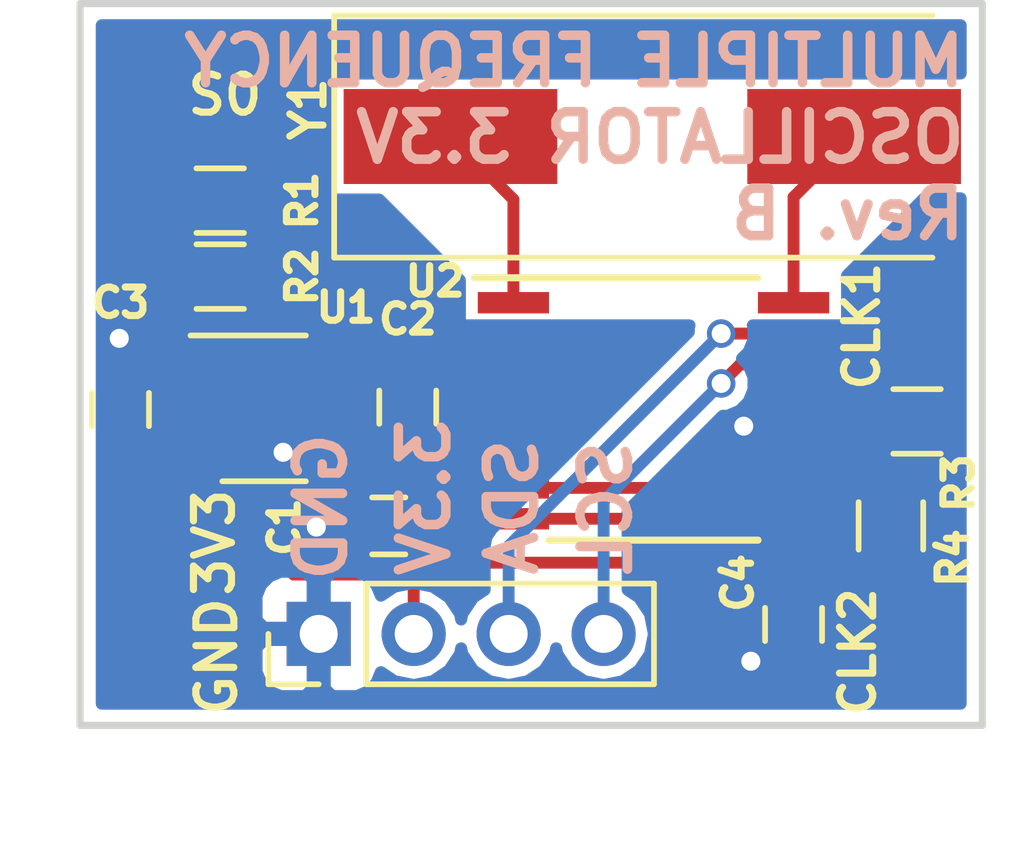
<source format=kicad_pcb>
(kicad_pcb (version 4) (host pcbnew 4.0.7-e2-6376~61~ubuntu18.04.1)

  (general
    (links 33)
    (no_connects 0)
    (area 136.074999 88.199999 155.225001 103.550001)
    (thickness 1.6)
    (drawings 14)
    (tracks 94)
    (zones 0)
    (modules 17)
    (nets 14)
  )

  (page A4)
  (layers
    (0 F.Cu signal)
    (31 B.Cu signal)
    (32 B.Adhes user)
    (33 F.Adhes user)
    (34 B.Paste user)
    (35 F.Paste user)
    (36 B.SilkS user)
    (37 F.SilkS user)
    (38 B.Mask user)
    (39 F.Mask user)
    (40 Dwgs.User user)
    (41 Cmts.User user)
    (42 Eco1.User user)
    (43 Eco2.User user)
    (44 Edge.Cuts user)
    (45 Margin user)
    (46 B.CrtYd user)
    (47 F.CrtYd user)
    (48 B.Fab user)
    (49 F.Fab user)
  )

  (setup
    (last_trace_width 0.25)
    (trace_clearance 0.2)
    (zone_clearance 0.254)
    (zone_45_only yes)
    (trace_min 0.2)
    (segment_width 0.2)
    (edge_width 0.15)
    (via_size 0.6)
    (via_drill 0.4)
    (via_min_size 0.4)
    (via_min_drill 0.3)
    (uvia_size 0.3)
    (uvia_drill 0.1)
    (uvias_allowed no)
    (uvia_min_size 0.2)
    (uvia_min_drill 0.1)
    (pcb_text_width 0.3)
    (pcb_text_size 1.5 1.5)
    (mod_edge_width 0.15)
    (mod_text_size 1 1)
    (mod_text_width 0.15)
    (pad_size 1.524 1.524)
    (pad_drill 0.762)
    (pad_to_mask_clearance 0.2)
    (aux_axis_origin 0 0)
    (visible_elements FFFFFF7F)
    (pcbplotparams
      (layerselection 0x00030_80000001)
      (usegerberextensions false)
      (excludeedgelayer true)
      (linewidth 0.100000)
      (plotframeref false)
      (viasonmask false)
      (mode 1)
      (useauxorigin false)
      (hpglpennumber 1)
      (hpglpenspeed 20)
      (hpglpendiameter 15)
      (hpglpenoverlay 2)
      (psnegative false)
      (psa4output false)
      (plotreference true)
      (plotvalue true)
      (plotinvisibletext false)
      (padsonsilk false)
      (subtractmaskfromsilk false)
      (outputformat 1)
      (mirror false)
      (drillshape 1)
      (scaleselection 1)
      (outputdirectory ""))
  )

  (net 0 "")
  (net 1 GND)
  (net 2 +3V3)
  (net 3 +1V8)
  (net 4 "Net-(J1-Pad1)")
  (net 5 /SDA)
  (net 6 /SCL)
  (net 7 "Net-(J5-Pad1)")
  (net 8 "Net-(J6-Pad1)")
  (net 9 /S0)
  (net 10 "Net-(R3-Pad2)")
  (net 11 "Net-(R4-Pad2)")
  (net 12 "Net-(U2-Pad1)")
  (net 13 "Net-(U2-Pad16)")

  (net_class Default "This is the default net class."
    (clearance 0.2)
    (trace_width 0.25)
    (via_dia 0.6)
    (via_drill 0.4)
    (uvia_dia 0.3)
    (uvia_drill 0.1)
    (add_net +1V8)
    (add_net +3V3)
    (add_net /S0)
    (add_net /SCL)
    (add_net /SDA)
    (add_net GND)
    (add_net "Net-(J1-Pad1)")
    (add_net "Net-(J5-Pad1)")
    (add_net "Net-(J6-Pad1)")
    (add_net "Net-(R3-Pad2)")
    (add_net "Net-(R4-Pad2)")
    (add_net "Net-(U2-Pad1)")
    (add_net "Net-(U2-Pad16)")
  )

  (module Housings_SSOP:TSSOP-16_4.4x5mm_Pitch0.65mm (layer F.Cu) (tedit 5B9E9D55) (tstamp 5B71E756)
    (at 148.225 96.85)
    (descr "16-Lead Plastic Thin Shrink Small Outline (ST)-4.4 mm Body [TSSOP] (see Microchip Packaging Specification 00000049BS.pdf)")
    (tags "SSOP 0.65")
    (path /5B71E0D8)
    (attr smd)
    (fp_text reference U2 (at -4.6 -2.725) (layer F.SilkS)
      (effects (font (size 0.6 0.6) (thickness 0.15)))
    )
    (fp_text value CDCE925 (at 0 3.55) (layer F.Fab)
      (effects (font (size 1 1) (thickness 0.15)))
    )
    (fp_line (start -1.2 -2.5) (end 2.2 -2.5) (layer F.Fab) (width 0.15))
    (fp_line (start 2.2 -2.5) (end 2.2 2.5) (layer F.Fab) (width 0.15))
    (fp_line (start 2.2 2.5) (end -2.2 2.5) (layer F.Fab) (width 0.15))
    (fp_line (start -2.2 2.5) (end -2.2 -1.5) (layer F.Fab) (width 0.15))
    (fp_line (start -2.2 -1.5) (end -1.2 -2.5) (layer F.Fab) (width 0.15))
    (fp_line (start -3.95 -2.9) (end -3.95 2.8) (layer F.CrtYd) (width 0.05))
    (fp_line (start 3.95 -2.9) (end 3.95 2.8) (layer F.CrtYd) (width 0.05))
    (fp_line (start -3.95 -2.9) (end 3.95 -2.9) (layer F.CrtYd) (width 0.05))
    (fp_line (start -3.95 2.8) (end 3.95 2.8) (layer F.CrtYd) (width 0.05))
    (fp_line (start -2.2 2.725) (end 2.2 2.725) (layer F.SilkS) (width 0.15))
    (fp_line (start -3.775 -2.8) (end 2.2 -2.8) (layer F.SilkS) (width 0.15))
    (fp_text user %R (at 0 0) (layer F.Fab)
      (effects (font (size 0.8 0.8) (thickness 0.15)))
    )
    (pad 1 smd rect (at -2.95 -2.275) (size 1.5 0.45) (layers F.Cu F.Paste F.Mask)
      (net 12 "Net-(U2-Pad1)"))
    (pad 2 smd rect (at -2.95 -1.625) (size 1.5 0.45) (layers F.Cu F.Paste F.Mask)
      (net 9 /S0))
    (pad 3 smd rect (at -2.95 -0.975) (size 1.5 0.45) (layers F.Cu F.Paste F.Mask)
      (net 3 +1V8))
    (pad 4 smd rect (at -2.95 -0.325) (size 1.5 0.45) (layers F.Cu F.Paste F.Mask))
    (pad 5 smd rect (at -2.95 0.325) (size 1.5 0.45) (layers F.Cu F.Paste F.Mask)
      (net 1 GND))
    (pad 6 smd rect (at -2.95 0.975) (size 1.5 0.45) (layers F.Cu F.Paste F.Mask)
      (net 2 +3V3))
    (pad 7 smd rect (at -2.95 1.625) (size 1.5 0.45) (layers F.Cu F.Paste F.Mask)
      (net 10 "Net-(R3-Pad2)"))
    (pad 8 smd rect (at -2.95 2.275) (size 1.5 0.45) (layers F.Cu F.Paste F.Mask)
      (net 11 "Net-(R4-Pad2)"))
    (pad 9 smd rect (at 2.95 2.275) (size 1.5 0.45) (layers F.Cu F.Paste F.Mask)
      (net 2 +3V3))
    (pad 10 smd rect (at 2.95 1.625) (size 1.5 0.45) (layers F.Cu F.Paste F.Mask)
      (net 11 "Net-(R4-Pad2)"))
    (pad 11 smd rect (at 2.95 0.975) (size 1.5 0.45) (layers F.Cu F.Paste F.Mask)
      (net 10 "Net-(R3-Pad2)"))
    (pad 12 smd rect (at 2.95 0.325) (size 1.5 0.45) (layers F.Cu F.Paste F.Mask)
      (net 1 GND))
    (pad 13 smd rect (at 2.95 -0.325) (size 1.5 0.45) (layers F.Cu F.Paste F.Mask))
    (pad 14 smd rect (at 2.95 -0.975) (size 1.5 0.45) (layers F.Cu F.Paste F.Mask)
      (net 6 /SCL))
    (pad 15 smd rect (at 2.95 -1.625) (size 1.5 0.45) (layers F.Cu F.Paste F.Mask)
      (net 5 /SDA))
    (pad 16 smd rect (at 2.95 -2.275) (size 1.5 0.45) (layers F.Cu F.Paste F.Mask)
      (net 13 "Net-(U2-Pad16)"))
    (model ${KISYS3DMOD}/Housings_SSOP.3dshapes/TSSOP-16_4.4x5mm_Pitch0.65mm.wrl
      (at (xyz 0 0 0))
      (scale (xyz 1 1 1))
      (rotate (xyz 0 0 0))
    )
  )

  (module Capacitors_SMD:C_0603 (layer F.Cu) (tedit 5B71F1CE) (tstamp 5B71E6F4)
    (at 142.65 99.275 180)
    (descr "Capacitor SMD 0603, reflow soldering, AVX (see smccp.pdf)")
    (tags "capacitor 0603")
    (path /5B71E86F)
    (attr smd)
    (fp_text reference C1 (at 2.2 -0.025 270) (layer F.SilkS)
      (effects (font (size 0.6 0.6) (thickness 0.15)))
    )
    (fp_text value 1uF (at 0 1.5 180) (layer F.Fab)
      (effects (font (size 1 1) (thickness 0.15)))
    )
    (fp_line (start 1.4 0.65) (end -1.4 0.65) (layer F.CrtYd) (width 0.05))
    (fp_line (start 1.4 0.65) (end 1.4 -0.65) (layer F.CrtYd) (width 0.05))
    (fp_line (start -1.4 -0.65) (end -1.4 0.65) (layer F.CrtYd) (width 0.05))
    (fp_line (start -1.4 -0.65) (end 1.4 -0.65) (layer F.CrtYd) (width 0.05))
    (fp_line (start 0.35 0.6) (end -0.35 0.6) (layer F.SilkS) (width 0.12))
    (fp_line (start -0.35 -0.6) (end 0.35 -0.6) (layer F.SilkS) (width 0.12))
    (fp_line (start -0.8 -0.4) (end 0.8 -0.4) (layer F.Fab) (width 0.1))
    (fp_line (start 0.8 -0.4) (end 0.8 0.4) (layer F.Fab) (width 0.1))
    (fp_line (start 0.8 0.4) (end -0.8 0.4) (layer F.Fab) (width 0.1))
    (fp_line (start -0.8 0.4) (end -0.8 -0.4) (layer F.Fab) (width 0.1))
    (fp_text user %R (at 0 0 180) (layer F.Fab)
      (effects (font (size 0.3 0.3) (thickness 0.075)))
    )
    (pad 2 smd rect (at 0.75 0 180) (size 0.8 0.75) (layers F.Cu F.Paste F.Mask)
      (net 1 GND))
    (pad 1 smd rect (at -0.75 0 180) (size 0.8 0.75) (layers F.Cu F.Paste F.Mask)
      (net 2 +3V3))
    (model Capacitors_SMD.3dshapes/C_0603.wrl
      (at (xyz 0 0 0))
      (scale (xyz 1 1 1))
      (rotate (xyz 0 0 0))
    )
  )

  (module Capacitors_SMD:C_0603 (layer F.Cu) (tedit 5B71EC3F) (tstamp 5B71E6FA)
    (at 143.05 96.775 270)
    (descr "Capacitor SMD 0603, reflow soldering, AVX (see smccp.pdf)")
    (tags "capacitor 0603")
    (path /5B71E96F)
    (attr smd)
    (fp_text reference C2 (at -1.85 0 360) (layer F.SilkS)
      (effects (font (size 0.6 0.6) (thickness 0.15)))
    )
    (fp_text value 1uF (at 0 1.5 270) (layer F.Fab)
      (effects (font (size 1 1) (thickness 0.15)))
    )
    (fp_line (start 1.4 0.65) (end -1.4 0.65) (layer F.CrtYd) (width 0.05))
    (fp_line (start 1.4 0.65) (end 1.4 -0.65) (layer F.CrtYd) (width 0.05))
    (fp_line (start -1.4 -0.65) (end -1.4 0.65) (layer F.CrtYd) (width 0.05))
    (fp_line (start -1.4 -0.65) (end 1.4 -0.65) (layer F.CrtYd) (width 0.05))
    (fp_line (start 0.35 0.6) (end -0.35 0.6) (layer F.SilkS) (width 0.12))
    (fp_line (start -0.35 -0.6) (end 0.35 -0.6) (layer F.SilkS) (width 0.12))
    (fp_line (start -0.8 -0.4) (end 0.8 -0.4) (layer F.Fab) (width 0.1))
    (fp_line (start 0.8 -0.4) (end 0.8 0.4) (layer F.Fab) (width 0.1))
    (fp_line (start 0.8 0.4) (end -0.8 0.4) (layer F.Fab) (width 0.1))
    (fp_line (start -0.8 0.4) (end -0.8 -0.4) (layer F.Fab) (width 0.1))
    (fp_text user %R (at 0 0 270) (layer F.Fab)
      (effects (font (size 0.3 0.3) (thickness 0.075)))
    )
    (pad 2 smd rect (at 0.75 0 270) (size 0.8 0.75) (layers F.Cu F.Paste F.Mask)
      (net 1 GND))
    (pad 1 smd rect (at -0.75 0 270) (size 0.8 0.75) (layers F.Cu F.Paste F.Mask)
      (net 3 +1V8))
    (model Capacitors_SMD.3dshapes/C_0603.wrl
      (at (xyz 0 0 0))
      (scale (xyz 1 1 1))
      (rotate (xyz 0 0 0))
    )
  )

  (module Capacitors_SMD:C_0603 (layer F.Cu) (tedit 5B9E9CC3) (tstamp 5B71E700)
    (at 137 96.825 90)
    (descr "Capacitor SMD 0603, reflow soldering, AVX (see smccp.pdf)")
    (tags "capacitor 0603")
    (path /5B71E368)
    (attr smd)
    (fp_text reference C3 (at 2.25 0 180) (layer F.SilkS)
      (effects (font (size 0.6 0.6) (thickness 0.15)))
    )
    (fp_text value 1uF (at 0 1.5 90) (layer F.Fab)
      (effects (font (size 1 1) (thickness 0.15)))
    )
    (fp_line (start 1.4 0.65) (end -1.4 0.65) (layer F.CrtYd) (width 0.05))
    (fp_line (start 1.4 0.65) (end 1.4 -0.65) (layer F.CrtYd) (width 0.05))
    (fp_line (start -1.4 -0.65) (end -1.4 0.65) (layer F.CrtYd) (width 0.05))
    (fp_line (start -1.4 -0.65) (end 1.4 -0.65) (layer F.CrtYd) (width 0.05))
    (fp_line (start 0.35 0.6) (end -0.35 0.6) (layer F.SilkS) (width 0.12))
    (fp_line (start -0.35 -0.6) (end 0.35 -0.6) (layer F.SilkS) (width 0.12))
    (fp_line (start -0.8 -0.4) (end 0.8 -0.4) (layer F.Fab) (width 0.1))
    (fp_line (start 0.8 -0.4) (end 0.8 0.4) (layer F.Fab) (width 0.1))
    (fp_line (start 0.8 0.4) (end -0.8 0.4) (layer F.Fab) (width 0.1))
    (fp_line (start -0.8 0.4) (end -0.8 -0.4) (layer F.Fab) (width 0.1))
    (fp_text user %R (at 0 0 90) (layer F.Fab)
      (effects (font (size 0.3 0.3) (thickness 0.075)))
    )
    (pad 2 smd rect (at 0.75 0 90) (size 0.8 0.75) (layers F.Cu F.Paste F.Mask)
      (net 1 GND))
    (pad 1 smd rect (at -0.75 0 90) (size 0.8 0.75) (layers F.Cu F.Paste F.Mask)
      (net 2 +3V3))
    (model Capacitors_SMD.3dshapes/C_0603.wrl
      (at (xyz 0 0 0))
      (scale (xyz 1 1 1))
      (rotate (xyz 0 0 0))
    )
  )

  (module Resistors_SMD:R_0603 (layer F.Cu) (tedit 5B9E9CBF) (tstamp 5B71E727)
    (at 139.1 92.425 180)
    (descr "Resistor SMD 0603, reflow soldering, Vishay (see dcrcw.pdf)")
    (tags "resistor 0603")
    (path /5B71ED60)
    (attr smd)
    (fp_text reference R1 (at -1.725 0 270) (layer F.SilkS)
      (effects (font (size 0.6 0.6) (thickness 0.15)))
    )
    (fp_text value 10K (at 0 1.5 180) (layer F.Fab)
      (effects (font (size 1 1) (thickness 0.15)))
    )
    (fp_text user %R (at 0 0 180) (layer F.Fab)
      (effects (font (size 0.4 0.4) (thickness 0.075)))
    )
    (fp_line (start -0.8 0.4) (end -0.8 -0.4) (layer F.Fab) (width 0.1))
    (fp_line (start 0.8 0.4) (end -0.8 0.4) (layer F.Fab) (width 0.1))
    (fp_line (start 0.8 -0.4) (end 0.8 0.4) (layer F.Fab) (width 0.1))
    (fp_line (start -0.8 -0.4) (end 0.8 -0.4) (layer F.Fab) (width 0.1))
    (fp_line (start 0.5 0.68) (end -0.5 0.68) (layer F.SilkS) (width 0.12))
    (fp_line (start -0.5 -0.68) (end 0.5 -0.68) (layer F.SilkS) (width 0.12))
    (fp_line (start -1.25 -0.7) (end 1.25 -0.7) (layer F.CrtYd) (width 0.05))
    (fp_line (start -1.25 -0.7) (end -1.25 0.7) (layer F.CrtYd) (width 0.05))
    (fp_line (start 1.25 0.7) (end 1.25 -0.7) (layer F.CrtYd) (width 0.05))
    (fp_line (start 1.25 0.7) (end -1.25 0.7) (layer F.CrtYd) (width 0.05))
    (pad 1 smd rect (at -0.75 0 180) (size 0.5 0.9) (layers F.Cu F.Paste F.Mask)
      (net 9 /S0))
    (pad 2 smd rect (at 0.75 0 180) (size 0.5 0.9) (layers F.Cu F.Paste F.Mask)
      (net 4 "Net-(J1-Pad1)"))
    (model ${KISYS3DMOD}/Resistors_SMD.3dshapes/R_0603.wrl
      (at (xyz 0 0 0))
      (scale (xyz 1 1 1))
      (rotate (xyz 0 0 0))
    )
  )

  (module Resistors_SMD:R_0603 (layer F.Cu) (tedit 5B9E9CAD) (tstamp 5B71E72D)
    (at 139.1 94.025)
    (descr "Resistor SMD 0603, reflow soldering, Vishay (see dcrcw.pdf)")
    (tags "resistor 0603")
    (path /5B71EDD0)
    (attr smd)
    (fp_text reference R2 (at 1.725 0 90) (layer F.SilkS)
      (effects (font (size 0.6 0.6) (thickness 0.15)))
    )
    (fp_text value 10K (at 0 1.5) (layer F.Fab)
      (effects (font (size 1 1) (thickness 0.15)))
    )
    (fp_text user %R (at 0 0) (layer F.Fab)
      (effects (font (size 0.4 0.4) (thickness 0.075)))
    )
    (fp_line (start -0.8 0.4) (end -0.8 -0.4) (layer F.Fab) (width 0.1))
    (fp_line (start 0.8 0.4) (end -0.8 0.4) (layer F.Fab) (width 0.1))
    (fp_line (start 0.8 -0.4) (end 0.8 0.4) (layer F.Fab) (width 0.1))
    (fp_line (start -0.8 -0.4) (end 0.8 -0.4) (layer F.Fab) (width 0.1))
    (fp_line (start 0.5 0.68) (end -0.5 0.68) (layer F.SilkS) (width 0.12))
    (fp_line (start -0.5 -0.68) (end 0.5 -0.68) (layer F.SilkS) (width 0.12))
    (fp_line (start -1.25 -0.7) (end 1.25 -0.7) (layer F.CrtYd) (width 0.05))
    (fp_line (start -1.25 -0.7) (end -1.25 0.7) (layer F.CrtYd) (width 0.05))
    (fp_line (start 1.25 0.7) (end 1.25 -0.7) (layer F.CrtYd) (width 0.05))
    (fp_line (start 1.25 0.7) (end -1.25 0.7) (layer F.CrtYd) (width 0.05))
    (pad 1 smd rect (at -0.75 0) (size 0.5 0.9) (layers F.Cu F.Paste F.Mask)
      (net 1 GND))
    (pad 2 smd rect (at 0.75 0) (size 0.5 0.9) (layers F.Cu F.Paste F.Mask)
      (net 9 /S0))
    (model ${KISYS3DMOD}/Resistors_SMD.3dshapes/R_0603.wrl
      (at (xyz 0 0 0))
      (scale (xyz 1 1 1))
      (rotate (xyz 0 0 0))
    )
  )

  (module Resistors_SMD:R_0603 (layer F.Cu) (tedit 5B9E9E20) (tstamp 5B71E733)
    (at 153.775 97.075 180)
    (descr "Resistor SMD 0603, reflow soldering, Vishay (see dcrcw.pdf)")
    (tags "resistor 0603")
    (path /5B71E5F4)
    (attr smd)
    (fp_text reference R3 (at -0.875 -1.3 270) (layer F.SilkS)
      (effects (font (size 0.6 0.6) (thickness 0.15)))
    )
    (fp_text value 18R (at 0 1.5 180) (layer F.Fab)
      (effects (font (size 1 1) (thickness 0.15)))
    )
    (fp_text user %R (at 0 0 180) (layer F.Fab)
      (effects (font (size 0.4 0.4) (thickness 0.075)))
    )
    (fp_line (start -0.8 0.4) (end -0.8 -0.4) (layer F.Fab) (width 0.1))
    (fp_line (start 0.8 0.4) (end -0.8 0.4) (layer F.Fab) (width 0.1))
    (fp_line (start 0.8 -0.4) (end 0.8 0.4) (layer F.Fab) (width 0.1))
    (fp_line (start -0.8 -0.4) (end 0.8 -0.4) (layer F.Fab) (width 0.1))
    (fp_line (start 0.5 0.68) (end -0.5 0.68) (layer F.SilkS) (width 0.12))
    (fp_line (start -0.5 -0.68) (end 0.5 -0.68) (layer F.SilkS) (width 0.12))
    (fp_line (start -1.25 -0.7) (end 1.25 -0.7) (layer F.CrtYd) (width 0.05))
    (fp_line (start -1.25 -0.7) (end -1.25 0.7) (layer F.CrtYd) (width 0.05))
    (fp_line (start 1.25 0.7) (end 1.25 -0.7) (layer F.CrtYd) (width 0.05))
    (fp_line (start 1.25 0.7) (end -1.25 0.7) (layer F.CrtYd) (width 0.05))
    (pad 1 smd rect (at -0.75 0 180) (size 0.5 0.9) (layers F.Cu F.Paste F.Mask)
      (net 7 "Net-(J5-Pad1)"))
    (pad 2 smd rect (at 0.75 0 180) (size 0.5 0.9) (layers F.Cu F.Paste F.Mask)
      (net 10 "Net-(R3-Pad2)"))
    (model ${KISYS3DMOD}/Resistors_SMD.3dshapes/R_0603.wrl
      (at (xyz 0 0 0))
      (scale (xyz 1 1 1))
      (rotate (xyz 0 0 0))
    )
  )

  (module Resistors_SMD:R_0603 (layer F.Cu) (tedit 5B9E9E25) (tstamp 5B71E739)
    (at 153.225 99.275 90)
    (descr "Resistor SMD 0603, reflow soldering, Vishay (see dcrcw.pdf)")
    (tags "resistor 0603")
    (path /5B71E638)
    (attr smd)
    (fp_text reference R4 (at -0.675 1.3 90) (layer F.SilkS)
      (effects (font (size 0.6 0.6) (thickness 0.15)))
    )
    (fp_text value 18R (at 0 1.5 90) (layer F.Fab)
      (effects (font (size 1 1) (thickness 0.15)))
    )
    (fp_text user %R (at 0 0 90) (layer F.Fab)
      (effects (font (size 0.4 0.4) (thickness 0.075)))
    )
    (fp_line (start -0.8 0.4) (end -0.8 -0.4) (layer F.Fab) (width 0.1))
    (fp_line (start 0.8 0.4) (end -0.8 0.4) (layer F.Fab) (width 0.1))
    (fp_line (start 0.8 -0.4) (end 0.8 0.4) (layer F.Fab) (width 0.1))
    (fp_line (start -0.8 -0.4) (end 0.8 -0.4) (layer F.Fab) (width 0.1))
    (fp_line (start 0.5 0.68) (end -0.5 0.68) (layer F.SilkS) (width 0.12))
    (fp_line (start -0.5 -0.68) (end 0.5 -0.68) (layer F.SilkS) (width 0.12))
    (fp_line (start -1.25 -0.7) (end 1.25 -0.7) (layer F.CrtYd) (width 0.05))
    (fp_line (start -1.25 -0.7) (end -1.25 0.7) (layer F.CrtYd) (width 0.05))
    (fp_line (start 1.25 0.7) (end 1.25 -0.7) (layer F.CrtYd) (width 0.05))
    (fp_line (start 1.25 0.7) (end -1.25 0.7) (layer F.CrtYd) (width 0.05))
    (pad 1 smd rect (at -0.75 0 90) (size 0.5 0.9) (layers F.Cu F.Paste F.Mask)
      (net 8 "Net-(J6-Pad1)"))
    (pad 2 smd rect (at 0.75 0 90) (size 0.5 0.9) (layers F.Cu F.Paste F.Mask)
      (net 11 "Net-(R4-Pad2)"))
    (model ${KISYS3DMOD}/Resistors_SMD.3dshapes/R_0603.wrl
      (at (xyz 0 0 0))
      (scale (xyz 1 1 1))
      (rotate (xyz 0 0 0))
    )
  )

  (module TO_SOT_Packages_SMD:TSOT-23-5 (layer F.Cu) (tedit 5B9E9CB1) (tstamp 5B71E742)
    (at 140.025 96.775)
    (descr "5-pin TSOT23 package, http://cds.linear.com/docs/en/packaging/SOT_5_05-08-1635.pdf")
    (tags TSOT-23-5)
    (path /5B71E817)
    (attr smd)
    (fp_text reference U1 (at 1.725 -2.1) (layer F.SilkS)
      (effects (font (size 0.6 0.6) (thickness 0.15)))
    )
    (fp_text value TPS782 (at 0 2.5) (layer F.Fab)
      (effects (font (size 1 1) (thickness 0.15)))
    )
    (fp_text user %R (at 0 0 90) (layer F.Fab)
      (effects (font (size 0.5 0.5) (thickness 0.075)))
    )
    (fp_line (start -0.88 1.56) (end 0.88 1.56) (layer F.SilkS) (width 0.12))
    (fp_line (start 0.88 -1.51) (end -1.55 -1.51) (layer F.SilkS) (width 0.12))
    (fp_line (start -0.88 -1) (end -0.43 -1.45) (layer F.Fab) (width 0.1))
    (fp_line (start 0.88 -1.45) (end -0.43 -1.45) (layer F.Fab) (width 0.1))
    (fp_line (start -0.88 -1) (end -0.88 1.45) (layer F.Fab) (width 0.1))
    (fp_line (start 0.88 1.45) (end -0.88 1.45) (layer F.Fab) (width 0.1))
    (fp_line (start 0.88 -1.45) (end 0.88 1.45) (layer F.Fab) (width 0.1))
    (fp_line (start -2.17 -1.7) (end 2.17 -1.7) (layer F.CrtYd) (width 0.05))
    (fp_line (start -2.17 -1.7) (end -2.17 1.7) (layer F.CrtYd) (width 0.05))
    (fp_line (start 2.17 1.7) (end 2.17 -1.7) (layer F.CrtYd) (width 0.05))
    (fp_line (start 2.17 1.7) (end -2.17 1.7) (layer F.CrtYd) (width 0.05))
    (pad 1 smd rect (at -1.31 -0.95) (size 1.22 0.65) (layers F.Cu F.Paste F.Mask)
      (net 2 +3V3))
    (pad 2 smd rect (at -1.31 0) (size 1.22 0.65) (layers F.Cu F.Paste F.Mask)
      (net 1 GND))
    (pad 3 smd rect (at -1.31 0.95) (size 1.22 0.65) (layers F.Cu F.Paste F.Mask)
      (net 2 +3V3))
    (pad 4 smd rect (at 1.31 0.95) (size 1.22 0.65) (layers F.Cu F.Paste F.Mask)
      (net 1 GND))
    (pad 5 smd rect (at 1.31 -0.95) (size 1.22 0.65) (layers F.Cu F.Paste F.Mask)
      (net 3 +1V8))
    (model ${KISYS3DMOD}/TO_SOT_Packages_SMD.3dshapes/TSOT-23-5.wrl
      (at (xyz 0 0 0))
      (scale (xyz 1 1 1))
      (rotate (xyz 0 0 0))
    )
  )

  (module Crystals:Crystal_SMD_HC49-SD (layer F.Cu) (tedit 5B9EA0CC) (tstamp 5B71E75C)
    (at 148.2 91.075)
    (descr "SMD Crystal HC-49-SD http://cdn-reichelt.de/documents/datenblatt/B400/xxx-HC49-SMD.pdf, 11.4x4.7mm^2 package")
    (tags "SMD SMT crystal")
    (path /5B71E121)
    (attr smd)
    (fp_text reference Y1 (at -7.25 -0.575 90) (layer F.SilkS)
      (effects (font (size 0.7 0.7) (thickness 0.15)))
    )
    (fp_text value 27MHz (at 0 3.55) (layer F.Fab)
      (effects (font (size 1 1) (thickness 0.15)))
    )
    (fp_text user %R (at 0 0) (layer F.Fab)
      (effects (font (size 1 1) (thickness 0.15)))
    )
    (fp_line (start -5.7 -2.35) (end -5.7 2.35) (layer F.Fab) (width 0.1))
    (fp_line (start -5.7 2.35) (end 5.7 2.35) (layer F.Fab) (width 0.1))
    (fp_line (start 5.7 2.35) (end 5.7 -2.35) (layer F.Fab) (width 0.1))
    (fp_line (start 5.7 -2.35) (end -5.7 -2.35) (layer F.Fab) (width 0.1))
    (fp_line (start -3.015 -2.115) (end 3.015 -2.115) (layer F.Fab) (width 0.1))
    (fp_line (start -3.015 2.115) (end 3.015 2.115) (layer F.Fab) (width 0.1))
    (fp_line (start 5.9 -2.55) (end -6.7 -2.55) (layer F.SilkS) (width 0.12))
    (fp_line (start -6.7 -2.55) (end -6.7 2.55) (layer F.SilkS) (width 0.12))
    (fp_line (start -6.7 2.55) (end 5.9 2.55) (layer F.SilkS) (width 0.12))
    (fp_line (start -6.8 -2.6) (end -6.8 2.6) (layer F.CrtYd) (width 0.05))
    (fp_line (start -6.8 2.6) (end 6.8 2.6) (layer F.CrtYd) (width 0.05))
    (fp_line (start 6.8 2.6) (end 6.8 -2.6) (layer F.CrtYd) (width 0.05))
    (fp_line (start 6.8 -2.6) (end -6.8 -2.6) (layer F.CrtYd) (width 0.05))
    (fp_arc (start -3.015 0) (end -3.015 -2.115) (angle -180) (layer F.Fab) (width 0.1))
    (fp_arc (start 3.015 0) (end 3.015 -2.115) (angle 180) (layer F.Fab) (width 0.1))
    (pad 1 smd rect (at -4.25 0) (size 4.5 2) (layers F.Cu F.Paste F.Mask)
      (net 12 "Net-(U2-Pad1)"))
    (pad 2 smd rect (at 4.25 0) (size 4.5 2) (layers F.Cu F.Paste F.Mask)
      (net 13 "Net-(U2-Pad16)"))
    (model ${KISYS3DMOD}/Crystals.3dshapes/Crystal_SMD_HC49-SD.wrl
      (at (xyz 0 0 0))
      (scale (xyz 1 1 1))
      (rotate (xyz 0 0 0))
    )
  )

  (module Pin_Headers:Pin_Header_Straight_1x04_Pitch2.00mm (layer F.Cu) (tedit 5B71ECC8) (tstamp 5B71E7AB)
    (at 141.175 101.55 90)
    (descr "Through hole straight pin header, 1x04, 2.00mm pitch, single row")
    (tags "Through hole pin header THT 1x04 2.00mm single row")
    (path /5B71E22E)
    (fp_text reference J2 (at 0 -2.06 90) (layer F.SilkS) hide
      (effects (font (size 1 1) (thickness 0.15)))
    )
    (fp_text value Conn_01x04 (at 0 8.06 90) (layer F.Fab)
      (effects (font (size 1 1) (thickness 0.15)))
    )
    (fp_line (start -0.5 -1) (end 1 -1) (layer F.Fab) (width 0.1))
    (fp_line (start 1 -1) (end 1 7) (layer F.Fab) (width 0.1))
    (fp_line (start 1 7) (end -1 7) (layer F.Fab) (width 0.1))
    (fp_line (start -1 7) (end -1 -0.5) (layer F.Fab) (width 0.1))
    (fp_line (start -1 -0.5) (end -0.5 -1) (layer F.Fab) (width 0.1))
    (fp_line (start -1.06 7.06) (end 1.06 7.06) (layer F.SilkS) (width 0.12))
    (fp_line (start -1.06 1) (end -1.06 7.06) (layer F.SilkS) (width 0.12))
    (fp_line (start 1.06 1) (end 1.06 7.06) (layer F.SilkS) (width 0.12))
    (fp_line (start -1.06 1) (end 1.06 1) (layer F.SilkS) (width 0.12))
    (fp_line (start -1.06 0) (end -1.06 -1.06) (layer F.SilkS) (width 0.12))
    (fp_line (start -1.06 -1.06) (end 0 -1.06) (layer F.SilkS) (width 0.12))
    (fp_line (start -1.5 -1.5) (end -1.5 7.5) (layer F.CrtYd) (width 0.05))
    (fp_line (start -1.5 7.5) (end 1.5 7.5) (layer F.CrtYd) (width 0.05))
    (fp_line (start 1.5 7.5) (end 1.5 -1.5) (layer F.CrtYd) (width 0.05))
    (fp_line (start 1.5 -1.5) (end -1.5 -1.5) (layer F.CrtYd) (width 0.05))
    (fp_text user %R (at 0 3 180) (layer F.Fab)
      (effects (font (size 1 1) (thickness 0.15)))
    )
    (pad 1 thru_hole rect (at 0 0 90) (size 1.35 1.35) (drill 0.8) (layers *.Cu *.Mask)
      (net 1 GND))
    (pad 2 thru_hole oval (at 0 2 90) (size 1.35 1.35) (drill 0.8) (layers *.Cu *.Mask)
      (net 2 +3V3))
    (pad 3 thru_hole oval (at 0 4 90) (size 1.35 1.35) (drill 0.8) (layers *.Cu *.Mask)
      (net 5 /SDA))
    (pad 4 thru_hole oval (at 0 6 90) (size 1.35 1.35) (drill 0.8) (layers *.Cu *.Mask)
      (net 6 /SCL))
    (model ${KISYS3DMOD}/Pin_Headers.3dshapes/Pin_Header_Straight_1x04_Pitch2.00mm.wrl
      (at (xyz 0 0 0))
      (scale (xyz 1 1 1))
      (rotate (xyz 0 0 0))
    )
  )

  (module Measurement_Points:Measurement_Point_Square-SMD-Pad_Small (layer F.Cu) (tedit 5B71EC9A) (tstamp 5B71E818)
    (at 137.35 90.125)
    (descr "Mesurement Point, Square, SMD Pad,  1.5mm x 1.5mm,")
    (tags "Mesurement Point Square SMD Pad 1.5x1.5mm")
    (path /5B71EE79)
    (attr virtual)
    (fp_text reference J1 (at 0 -2) (layer F.SilkS) hide
      (effects (font (size 1 1) (thickness 0.15)))
    )
    (fp_text value S0 (at 0 2) (layer F.Fab)
      (effects (font (size 1 1) (thickness 0.15)))
    )
    (fp_line (start -1 -1) (end 1 -1) (layer F.CrtYd) (width 0.05))
    (fp_line (start 1 -1) (end 1 1) (layer F.CrtYd) (width 0.05))
    (fp_line (start 1 1) (end -1 1) (layer F.CrtYd) (width 0.05))
    (fp_line (start -1 1) (end -1 -1) (layer F.CrtYd) (width 0.05))
    (pad 1 smd rect (at 0 0) (size 1.5 1.5) (layers F.Cu F.Mask)
      (net 4 "Net-(J1-Pad1)"))
  )

  (module Measurement_Points:Measurement_Point_Square-SMD-Pad_Small (layer F.Cu) (tedit 5B71EC93) (tstamp 5B71E81C)
    (at 137.35 99.625)
    (descr "Mesurement Point, Square, SMD Pad,  1.5mm x 1.5mm,")
    (tags "Mesurement Point Square SMD Pad 1.5x1.5mm")
    (path /5B71F121)
    (attr virtual)
    (fp_text reference J3 (at 0 -2) (layer F.SilkS) hide
      (effects (font (size 1 1) (thickness 0.15)))
    )
    (fp_text value 3.3V_IN (at 0 2) (layer F.Fab)
      (effects (font (size 1 1) (thickness 0.15)))
    )
    (fp_line (start -1 -1) (end 1 -1) (layer F.CrtYd) (width 0.05))
    (fp_line (start 1 -1) (end 1 1) (layer F.CrtYd) (width 0.05))
    (fp_line (start 1 1) (end -1 1) (layer F.CrtYd) (width 0.05))
    (fp_line (start -1 1) (end -1 -1) (layer F.CrtYd) (width 0.05))
    (pad 1 smd rect (at 0 0) (size 1.5 1.5) (layers F.Cu F.Mask)
      (net 2 +3V3))
  )

  (module Measurement_Points:Measurement_Point_Square-SMD-Pad_Small (layer F.Cu) (tedit 5B71EC97) (tstamp 5B71E820)
    (at 137.35 102.075)
    (descr "Mesurement Point, Square, SMD Pad,  1.5mm x 1.5mm,")
    (tags "Mesurement Point Square SMD Pad 1.5x1.5mm")
    (path /5B71F256)
    (attr virtual)
    (fp_text reference J4 (at 0 -2) (layer F.SilkS) hide
      (effects (font (size 1 1) (thickness 0.15)))
    )
    (fp_text value GND_IN (at 0 2) (layer F.Fab)
      (effects (font (size 1 1) (thickness 0.15)))
    )
    (fp_line (start -1 -1) (end 1 -1) (layer F.CrtYd) (width 0.05))
    (fp_line (start 1 -1) (end 1 1) (layer F.CrtYd) (width 0.05))
    (fp_line (start 1 1) (end -1 1) (layer F.CrtYd) (width 0.05))
    (fp_line (start -1 1) (end -1 -1) (layer F.CrtYd) (width 0.05))
    (pad 1 smd rect (at 0 0) (size 1.5 1.5) (layers F.Cu F.Mask)
      (net 1 GND))
  )

  (module Measurement_Points:Measurement_Point_Square-SMD-Pad_Small (layer F.Cu) (tedit 5B71EC29) (tstamp 5B71E824)
    (at 154.025 94.975)
    (descr "Mesurement Point, Square, SMD Pad,  1.5mm x 1.5mm,")
    (tags "Mesurement Point Square SMD Pad 1.5x1.5mm")
    (path /5B71EC63)
    (attr virtual)
    (fp_text reference J5 (at 0 -2) (layer F.SilkS) hide
      (effects (font (size 1 1) (thickness 0.15)))
    )
    (fp_text value CLK1 (at 0 2) (layer F.Fab)
      (effects (font (size 1 1) (thickness 0.15)))
    )
    (fp_line (start -1 -1) (end 1 -1) (layer F.CrtYd) (width 0.05))
    (fp_line (start 1 -1) (end 1 1) (layer F.CrtYd) (width 0.05))
    (fp_line (start 1 1) (end -1 1) (layer F.CrtYd) (width 0.05))
    (fp_line (start -1 1) (end -1 -1) (layer F.CrtYd) (width 0.05))
    (pad 1 smd rect (at 0 0) (size 1.5 1.5) (layers F.Cu F.Mask)
      (net 7 "Net-(J5-Pad1)"))
  )

  (module Measurement_Points:Measurement_Point_Square-SMD-Pad_Small (layer F.Cu) (tedit 5B71EC2F) (tstamp 5B71E828)
    (at 154.025 101.75)
    (descr "Mesurement Point, Square, SMD Pad,  1.5mm x 1.5mm,")
    (tags "Mesurement Point Square SMD Pad 1.5x1.5mm")
    (path /5B71ECF9)
    (attr virtual)
    (fp_text reference J6 (at 0 -2) (layer F.SilkS) hide
      (effects (font (size 1 1) (thickness 0.15)))
    )
    (fp_text value CLK2 (at 0 2) (layer F.Fab)
      (effects (font (size 1 1) (thickness 0.15)))
    )
    (fp_line (start -1 -1) (end 1 -1) (layer F.CrtYd) (width 0.05))
    (fp_line (start 1 -1) (end 1 1) (layer F.CrtYd) (width 0.05))
    (fp_line (start 1 1) (end -1 1) (layer F.CrtYd) (width 0.05))
    (fp_line (start -1 1) (end -1 -1) (layer F.CrtYd) (width 0.05))
    (pad 1 smd rect (at 0 0) (size 1.5 1.5) (layers F.Cu F.Mask)
      (net 8 "Net-(J6-Pad1)"))
  )

  (module Capacitors_SMD:C_0603 (layer F.Cu) (tedit 5B71F1F2) (tstamp 5B71EAFD)
    (at 151.175 101.35 270)
    (descr "Capacitor SMD 0603, reflow soldering, AVX (see smccp.pdf)")
    (tags "capacitor 0603")
    (path /5B71F45A)
    (attr smd)
    (fp_text reference C4 (at -0.875 1.175 270) (layer F.SilkS)
      (effects (font (size 0.6 0.6) (thickness 0.15)))
    )
    (fp_text value 1uF (at 0 1.5 270) (layer F.Fab)
      (effects (font (size 1 1) (thickness 0.15)))
    )
    (fp_line (start 1.4 0.65) (end -1.4 0.65) (layer F.CrtYd) (width 0.05))
    (fp_line (start 1.4 0.65) (end 1.4 -0.65) (layer F.CrtYd) (width 0.05))
    (fp_line (start -1.4 -0.65) (end -1.4 0.65) (layer F.CrtYd) (width 0.05))
    (fp_line (start -1.4 -0.65) (end 1.4 -0.65) (layer F.CrtYd) (width 0.05))
    (fp_line (start 0.35 0.6) (end -0.35 0.6) (layer F.SilkS) (width 0.12))
    (fp_line (start -0.35 -0.6) (end 0.35 -0.6) (layer F.SilkS) (width 0.12))
    (fp_line (start -0.8 -0.4) (end 0.8 -0.4) (layer F.Fab) (width 0.1))
    (fp_line (start 0.8 -0.4) (end 0.8 0.4) (layer F.Fab) (width 0.1))
    (fp_line (start 0.8 0.4) (end -0.8 0.4) (layer F.Fab) (width 0.1))
    (fp_line (start -0.8 0.4) (end -0.8 -0.4) (layer F.Fab) (width 0.1))
    (fp_text user %R (at 0 0 270) (layer F.Fab)
      (effects (font (size 0.3 0.3) (thickness 0.075)))
    )
    (pad 2 smd rect (at 0.75 0 270) (size 0.8 0.75) (layers F.Cu F.Paste F.Mask)
      (net 1 GND))
    (pad 1 smd rect (at -0.75 0 270) (size 0.8 0.75) (layers F.Cu F.Paste F.Mask)
      (net 2 +3V3))
    (model Capacitors_SMD.3dshapes/C_0603.wrl
      (at (xyz 0 0 0))
      (scale (xyz 1 1 1))
      (rotate (xyz 0 0 0))
    )
  )

  (gr_line (start 155.15 88.275) (end 136.15 88.275) (angle 90) (layer Edge.Cuts) (width 0.15))
  (gr_line (start 155.15 103.475) (end 136.15 103.475) (angle 90) (layer Edge.Cuts) (width 0.15))
  (gr_line (start 155.15 88.275) (end 155.15 103.475) (angle 90) (layer Edge.Cuts) (width 0.15))
  (gr_line (start 136.15 88.275) (end 136.15 103.475) (angle 90) (layer Edge.Cuts) (width 0.15))
  (gr_text "MULTIPLE FREQUENCY\nOSCILLATOR 3.3V\nRev. B" (at 154.875 91.1) (layer B.SilkS)
    (effects (font (size 1 1) (thickness 0.2)) (justify left mirror))
  )
  (gr_text SCL (at 147.225 98.9 90) (layer B.SilkS)
    (effects (font (size 1 1) (thickness 0.2)) (justify mirror))
  )
  (gr_text SDA (at 145.25 98.875 90) (layer B.SilkS)
    (effects (font (size 1 1) (thickness 0.2)) (justify mirror))
  )
  (gr_text 3.3V (at 143.4 98.675 90) (layer B.SilkS)
    (effects (font (size 1 1) (thickness 0.2)) (justify mirror))
  )
  (gr_text GND (at 141.225 98.875 90) (layer B.SilkS)
    (effects (font (size 1 1) (thickness 0.2)) (justify mirror))
  )
  (gr_text CLK2 (at 152.525 101.925 90) (layer F.SilkS)
    (effects (font (size 0.7 0.7) (thickness 0.15)))
  )
  (gr_text CLK1 (at 152.61 95.07 90) (layer F.SilkS)
    (effects (font (size 0.7 0.7) (thickness 0.15)))
  )
  (gr_text GND (at 139.025 102.025 90) (layer F.SilkS)
    (effects (font (size 0.8 0.8) (thickness 0.15)))
  )
  (gr_text 3V3 (at 138.975 99.625 90) (layer F.SilkS)
    (effects (font (size 0.8 0.8) (thickness 0.15)))
  )
  (gr_text S0 (at 139.2 90.2) (layer F.SilkS)
    (effects (font (size 0.8 0.8) (thickness 0.15)))
  )

  (segment (start 151.175 97.175) (end 150.125 97.175) (width 0.25) (layer F.Cu) (net 1))
  (via (at 150.125 97.175) (size 0.6) (drill 0.4) (layers F.Cu B.Cu) (net 1))
  (segment (start 151.175 102.1) (end 150.3 102.1) (width 0.25) (layer F.Cu) (net 1))
  (via (at 150.275 102.125) (size 0.6) (drill 0.4) (layers F.Cu B.Cu) (net 1))
  (segment (start 150.3 102.1) (end 150.275 102.125) (width 0.25) (layer F.Cu) (net 1) (tstamp 5B9E9D5B))
  (segment (start 137 96.075) (end 137 95.35) (width 0.25) (layer F.Cu) (net 1))
  (via (at 136.975 95.325) (size 0.6) (drill 0.4) (layers F.Cu B.Cu) (net 1))
  (segment (start 137 95.35) (end 136.975 95.325) (width 0.25) (layer F.Cu) (net 1) (tstamp 5B9E9C6E))
  (segment (start 137 96.075) (end 137 95.9) (width 0.25) (layer F.Cu) (net 1))
  (segment (start 137.35 102.075) (end 138.7 102.075) (width 0.25) (layer F.Cu) (net 1))
  (segment (start 139.225 101.55) (end 141.175 101.55) (width 0.25) (layer F.Cu) (net 1) (tstamp 5B71F175))
  (segment (start 138.7 102.075) (end 139.225 101.55) (width 0.25) (layer F.Cu) (net 1) (tstamp 5B71F174))
  (segment (start 141.875 99.3) (end 141.125 99.3) (width 0.25) (layer F.Cu) (net 1))
  (via (at 141.125 99.3) (size 0.6) (drill 0.4) (layers F.Cu B.Cu) (net 1))
  (segment (start 141.335 97.725) (end 140.425 97.725) (width 0.25) (layer F.Cu) (net 1))
  (via (at 140.425 97.725) (size 0.6) (drill 0.4) (layers F.Cu B.Cu) (net 1))
  (segment (start 137 96.075) (end 137 94.875) (width 0.25) (layer F.Cu) (net 1))
  (segment (start 137.85 94.025) (end 138.35 94.025) (width 0.25) (layer F.Cu) (net 1) (tstamp 5B71EE1E))
  (segment (start 137 94.875) (end 137.85 94.025) (width 0.25) (layer F.Cu) (net 1) (tstamp 5B71EE1C))
  (segment (start 137 96.075) (end 137.675 96.75) (width 0.25) (layer F.Cu) (net 1))
  (segment (start 137.675 96.75) (end 138.69 96.75) (width 0.25) (layer F.Cu) (net 1) (tstamp 5B71ED3A))
  (segment (start 138.69 96.75) (end 138.715 96.775) (width 0.25) (layer F.Cu) (net 1) (tstamp 5B71ED3B))
  (segment (start 143.05 97.525) (end 143.65 97.525) (width 0.25) (layer F.Cu) (net 1))
  (segment (start 144 97.175) (end 145.275 97.175) (width 0.25) (layer F.Cu) (net 1) (tstamp 5B71ED2D))
  (segment (start 143.65 97.525) (end 144 97.175) (width 0.25) (layer F.Cu) (net 1) (tstamp 5B71ED2C))
  (segment (start 143.05 97.525) (end 141.535 97.525) (width 0.25) (layer F.Cu) (net 1))
  (segment (start 141.535 97.525) (end 141.335 97.725) (width 0.25) (layer F.Cu) (net 1) (tstamp 5B71ED29))
  (segment (start 151.175 100.6) (end 150.35 100.6) (width 0.25) (layer F.Cu) (net 2))
  (segment (start 144.175 100.05) (end 143.4 99.275) (width 0.25) (layer F.Cu) (net 2) (tstamp 5B9E9D58))
  (segment (start 149.8 100.05) (end 144.175 100.05) (width 0.25) (layer F.Cu) (net 2) (tstamp 5B9E9D57))
  (segment (start 150.35 100.6) (end 149.8 100.05) (width 0.25) (layer F.Cu) (net 2) (tstamp 5B9E9D56))
  (segment (start 137.5 99.475) (end 139.825 99.475) (width 0.25) (layer F.Cu) (net 2))
  (segment (start 139.825 99.475) (end 140.65 100.3) (width 0.25) (layer F.Cu) (net 2) (tstamp 5B71F358))
  (segment (start 140.65 100.3) (end 142.375 100.3) (width 0.25) (layer F.Cu) (net 2) (tstamp 5B71F35B))
  (segment (start 142.375 100.3) (end 143.4 99.275) (width 0.25) (layer F.Cu) (net 2) (tstamp 5B71F35C))
  (segment (start 137.5 99.475) (end 137.35 99.625) (width 0.25) (layer F.Cu) (net 2) (tstamp 5B9E9BF7))
  (segment (start 137 97.575) (end 137 99.275) (width 0.25) (layer F.Cu) (net 2))
  (segment (start 137 99.275) (end 137.35 99.625) (width 0.25) (layer F.Cu) (net 2) (tstamp 5B9E9BF4))
  (segment (start 143.175 101.55) (end 143.175 100.425) (width 0.25) (layer F.Cu) (net 2))
  (segment (start 143.4 100.2) (end 143.4 99.275) (width 0.25) (layer F.Cu) (net 2) (tstamp 5B71F16C))
  (segment (start 143.175 100.425) (end 143.4 100.2) (width 0.25) (layer F.Cu) (net 2) (tstamp 5B71F16B))
  (segment (start 143.4 99.275) (end 143.4 99.45) (width 0.25) (layer F.Cu) (net 2))
  (segment (start 143.175 99.5) (end 143.4 99.275) (width 0.25) (layer F.Cu) (net 2) (tstamp 5B71F155))
  (segment (start 151.175 100.425) (end 151.175 99.125) (width 0.25) (layer F.Cu) (net 2))
  (segment (start 143.4 99.275) (end 143.4 98.65) (width 0.25) (layer F.Cu) (net 2))
  (segment (start 143.4 98.65) (end 144.225 97.825) (width 0.25) (layer F.Cu) (net 2) (tstamp 5B71F0F1))
  (segment (start 144.225 97.825) (end 145.275 97.825) (width 0.25) (layer F.Cu) (net 2) (tstamp 5B71F0F3))
  (segment (start 137 97.575) (end 137.6 97.575) (width 0.25) (layer F.Cu) (net 2))
  (segment (start 137.75 97.725) (end 138.715 97.725) (width 0.25) (layer F.Cu) (net 2) (tstamp 5B71E87E))
  (segment (start 137.6 97.575) (end 137.75 97.725) (width 0.25) (layer F.Cu) (net 2) (tstamp 5B71E87D))
  (segment (start 138.715 95.825) (end 139.475 95.825) (width 0.25) (layer F.Cu) (net 2))
  (segment (start 139.525 97.725) (end 138.715 97.725) (width 0.25) (layer F.Cu) (net 2) (tstamp 5B71E87A))
  (segment (start 139.85 97.4) (end 139.525 97.725) (width 0.25) (layer F.Cu) (net 2) (tstamp 5B71E879))
  (segment (start 139.85 96.2) (end 139.85 97.4) (width 0.25) (layer F.Cu) (net 2) (tstamp 5B71E878))
  (segment (start 139.475 95.825) (end 139.85 96.2) (width 0.25) (layer F.Cu) (net 2) (tstamp 5B71E877))
  (segment (start 143.05 96.025) (end 143.9 96.025) (width 0.25) (layer F.Cu) (net 3))
  (segment (start 144.05 95.875) (end 145.275 95.875) (width 0.25) (layer F.Cu) (net 3) (tstamp 5B71ED31))
  (segment (start 143.9 96.025) (end 144.05 95.875) (width 0.25) (layer F.Cu) (net 3) (tstamp 5B71ED30))
  (segment (start 141.335 95.825) (end 142.85 95.825) (width 0.25) (layer F.Cu) (net 3))
  (segment (start 142.85 95.825) (end 143.05 96.025) (width 0.25) (layer F.Cu) (net 3) (tstamp 5B71E881))
  (segment (start 138.35 92.425) (end 138.35 91.125) (width 0.25) (layer F.Cu) (net 4))
  (segment (start 138.35 91.125) (end 137.35 90.125) (width 0.25) (layer F.Cu) (net 4) (tstamp 5B9E9C46))
  (segment (start 145.175 101.55) (end 145.175 99.7) (width 0.25) (layer B.Cu) (net 5))
  (segment (start 149.65 95.225) (end 151.175 95.225) (width 0.25) (layer F.Cu) (net 5) (tstamp 5B71F11F))
  (via (at 149.65 95.225) (size 0.6) (drill 0.4) (layers F.Cu B.Cu) (net 5))
  (segment (start 145.175 99.7) (end 149.65 95.225) (width 0.25) (layer B.Cu) (net 5) (tstamp 5B71F119))
  (segment (start 147.175 101.55) (end 147.175 98.75) (width 0.25) (layer B.Cu) (net 6))
  (segment (start 150.05 95.875) (end 151.175 95.875) (width 0.25) (layer F.Cu) (net 6) (tstamp 5B71F12C))
  (segment (start 149.65 96.275) (end 150.05 95.875) (width 0.25) (layer F.Cu) (net 6) (tstamp 5B71F12B))
  (via (at 149.65 96.275) (size 0.6) (drill 0.4) (layers F.Cu B.Cu) (net 6))
  (segment (start 147.175 98.75) (end 149.65 96.275) (width 0.25) (layer B.Cu) (net 6) (tstamp 5B71F125))
  (segment (start 154.525 97.075) (end 154.525 95.475) (width 0.25) (layer F.Cu) (net 7))
  (segment (start 154.525 95.475) (end 154.025 94.975) (width 0.25) (layer F.Cu) (net 7) (tstamp 5B9E9E60))
  (segment (start 153.225 100.025) (end 153.225 100.95) (width 0.25) (layer F.Cu) (net 8))
  (segment (start 153.225 100.95) (end 154.025 101.75) (width 0.25) (layer F.Cu) (net 8) (tstamp 5B9E9F76))
  (segment (start 154.525 101.25) (end 154.025 101.75) (width 0.25) (layer F.Cu) (net 8) (tstamp 5B9E9DB3))
  (segment (start 139.85 94.025) (end 142.975 94.025) (width 0.25) (layer F.Cu) (net 9))
  (segment (start 144.175 95.225) (end 145.275 95.225) (width 0.25) (layer F.Cu) (net 9) (tstamp 5B71EE18))
  (segment (start 142.975 94.025) (end 144.175 95.225) (width 0.25) (layer F.Cu) (net 9) (tstamp 5B71EE15))
  (segment (start 139.85 94.025) (end 139.85 92.425) (width 0.25) (layer F.Cu) (net 9))
  (segment (start 151.175 97.825) (end 152.275 97.825) (width 0.25) (layer F.Cu) (net 10))
  (segment (start 152.275 97.825) (end 153.025 97.075) (width 0.25) (layer F.Cu) (net 10) (tstamp 5B9FDFD9))
  (segment (start 145.275 98.475) (end 148.675 98.475) (width 0.25) (layer F.Cu) (net 10))
  (segment (start 149.325 97.825) (end 151.175 97.825) (width 0.25) (layer F.Cu) (net 10) (tstamp 5B71EA81))
  (segment (start 148.675 98.475) (end 149.325 97.825) (width 0.25) (layer F.Cu) (net 10) (tstamp 5B71EA80))
  (segment (start 151.175 98.475) (end 153.175 98.475) (width 0.25) (layer F.Cu) (net 11))
  (segment (start 153.175 98.475) (end 153.225 98.525) (width 0.25) (layer F.Cu) (net 11) (tstamp 5B9E9F73))
  (segment (start 145.275 99.125) (end 149.2 99.125) (width 0.25) (layer F.Cu) (net 11))
  (segment (start 149.85 98.475) (end 151.175 98.475) (width 0.25) (layer F.Cu) (net 11) (tstamp 5B71EA85))
  (segment (start 149.2 99.125) (end 149.85 98.475) (width 0.25) (layer F.Cu) (net 11) (tstamp 5B71EA84))
  (segment (start 145.275 94.575) (end 145.275 92.4) (width 0.25) (layer F.Cu) (net 12))
  (segment (start 145.275 92.4) (end 143.95 91.075) (width 0.25) (layer F.Cu) (net 12) (tstamp 5B71EBC8))
  (segment (start 151.175 94.575) (end 151.175 92.35) (width 0.25) (layer F.Cu) (net 13))
  (segment (start 151.175 92.35) (end 152.45 91.075) (width 0.25) (layer F.Cu) (net 13) (tstamp 5B71EBCC))

  (zone (net 1) (net_name GND) (layer B.Cu) (tstamp 5B71EF36) (hatch edge 0.508)
    (connect_pads (clearance 0.254))
    (min_thickness 0.254)
    (fill yes (arc_segments 16) (thermal_gap 0.508) (thermal_bridge_width 0.508))
    (polygon
      (pts
        (xy 155.05 103.3) (xy 136.25 103.3) (xy 136.25 88.4) (xy 155.05 88.4)
      )
    )
    (filled_polygon
      (pts
        (xy 154.694 89.748) (xy 141.5 89.748) (xy 141.453841 89.756685) (xy 141.411447 89.783965) (xy 141.383006 89.82559)
        (xy 141.373 89.875) (xy 141.373 92.275) (xy 141.381685 92.321159) (xy 141.408965 92.363553) (xy 141.45059 92.391994)
        (xy 141.5 92.402) (xy 142.447394 92.402) (xy 144.148 94.102606) (xy 144.148 94.925) (xy 144.156685 94.971159)
        (xy 144.183965 95.013553) (xy 144.22559 95.041994) (xy 144.275 95.052) (xy 148.984459 95.052) (xy 148.969118 95.088946)
        (xy 148.96903 95.190378) (xy 144.817204 99.342204) (xy 144.707517 99.506362) (xy 144.669 99.7) (xy 144.669 100.621773)
        (xy 144.428295 100.782607) (xy 144.199383 101.125198) (xy 144.175 101.24778) (xy 144.150617 101.125198) (xy 143.921705 100.782607)
        (xy 143.579114 100.553695) (xy 143.175 100.473312) (xy 142.770886 100.553695) (xy 142.483711 100.745579) (xy 142.388327 100.515302)
        (xy 142.209699 100.336673) (xy 141.97631 100.24) (xy 141.46075 100.24) (xy 141.302 100.39875) (xy 141.302 101.423)
        (xy 141.322 101.423) (xy 141.322 101.677) (xy 141.302 101.677) (xy 141.302 102.70125) (xy 141.46075 102.86)
        (xy 141.97631 102.86) (xy 142.209699 102.763327) (xy 142.388327 102.584698) (xy 142.483711 102.354421) (xy 142.770886 102.546305)
        (xy 143.175 102.626688) (xy 143.579114 102.546305) (xy 143.921705 102.317393) (xy 144.150617 101.974802) (xy 144.175 101.85222)
        (xy 144.199383 101.974802) (xy 144.428295 102.317393) (xy 144.770886 102.546305) (xy 145.175 102.626688) (xy 145.579114 102.546305)
        (xy 145.921705 102.317393) (xy 146.150617 101.974802) (xy 146.175 101.85222) (xy 146.199383 101.974802) (xy 146.428295 102.317393)
        (xy 146.770886 102.546305) (xy 147.175 102.626688) (xy 147.579114 102.546305) (xy 147.921705 102.317393) (xy 148.150617 101.974802)
        (xy 148.231 101.570688) (xy 148.231 101.529312) (xy 148.150617 101.125198) (xy 147.921705 100.782607) (xy 147.681 100.621773)
        (xy 147.681 98.959592) (xy 149.684561 96.956031) (xy 149.784865 96.956118) (xy 150.035252 96.852661) (xy 150.226987 96.661259)
        (xy 150.330882 96.411054) (xy 150.331118 96.140135) (xy 150.227661 95.889748) (xy 150.08808 95.749924) (xy 150.226987 95.611259)
        (xy 150.330882 95.361054) (xy 150.331118 95.090135) (xy 150.315361 95.052) (xy 152.175 95.052) (xy 152.221159 95.043315)
        (xy 152.263553 95.016035) (xy 152.291994 94.97441) (xy 152.302 94.925) (xy 152.302 94.002606) (xy 153.927606 92.377)
        (xy 154.694 92.377) (xy 154.694 103.019) (xy 136.606 103.019) (xy 136.606 101.83575) (xy 139.865 101.83575)
        (xy 139.865 102.351309) (xy 139.961673 102.584698) (xy 140.140301 102.763327) (xy 140.37369 102.86) (xy 140.88925 102.86)
        (xy 141.048 102.70125) (xy 141.048 101.677) (xy 140.02375 101.677) (xy 139.865 101.83575) (xy 136.606 101.83575)
        (xy 136.606 100.748691) (xy 139.865 100.748691) (xy 139.865 101.26425) (xy 140.02375 101.423) (xy 141.048 101.423)
        (xy 141.048 100.39875) (xy 140.88925 100.24) (xy 140.37369 100.24) (xy 140.140301 100.336673) (xy 139.961673 100.515302)
        (xy 139.865 100.748691) (xy 136.606 100.748691) (xy 136.606 88.731) (xy 154.694 88.731)
      )
    )
  )
  (zone (net 0) (net_name "") (layer B.Cu) (tstamp 5B71F2A9) (hatch edge 0.508)
    (connect_pads (clearance 0.508))
    (min_thickness 0.254)
    (keepout (tracks not_allowed) (vias not_allowed) (copperpour not_allowed))
    (fill (arc_segments 16) (thermal_gap 0.508) (thermal_bridge_width 0.508))
    (polygon
      (pts
        (xy 155 92.25) (xy 153.875 92.25) (xy 152.175 93.95) (xy 152.175 94.925) (xy 144.275 94.925)
        (xy 144.275 94.05) (xy 142.5 92.275) (xy 141.5 92.275) (xy 141.5 89.875) (xy 155 89.875)
      )
    )
  )
  (zone (net 1) (net_name GND) (layer F.Cu) (tstamp 5B71EF36) (hatch edge 0.508)
    (connect_pads (clearance 0.508))
    (min_thickness 0.254)
    (fill yes (arc_segments 16) (thermal_gap 0.508) (thermal_bridge_width 0.508))
    (polygon
      (pts
        (xy 155.05 103.3) (xy 136.25 103.3) (xy 136.25 88.4) (xy 155.05 88.4)
      )
    )
    (filled_polygon
      (pts
        (xy 139.911538 100.63634) (xy 139.865 100.748691) (xy 139.865 101.26425) (xy 140.02375 101.423) (xy 141.048 101.423)
        (xy 141.048 101.403) (xy 141.302 101.403) (xy 141.302 101.423) (xy 141.322 101.423) (xy 141.322 101.677)
        (xy 141.302 101.677) (xy 141.302 101.697) (xy 141.048 101.697) (xy 141.048 101.677) (xy 140.02375 101.677)
        (xy 139.865 101.83575) (xy 139.865 102.351309) (xy 139.961673 102.584698) (xy 140.140301 102.763327) (xy 140.14434 102.765)
        (xy 138.735 102.765) (xy 138.735 102.36075) (xy 138.57625 102.202) (xy 137.477 102.202) (xy 137.477 102.222)
        (xy 137.223 102.222) (xy 137.223 102.202) (xy 137.203 102.202) (xy 137.203 101.948) (xy 137.223 101.948)
        (xy 137.223 101.928) (xy 137.477 101.928) (xy 137.477 101.948) (xy 138.57625 101.948) (xy 138.735 101.78925)
        (xy 138.735 101.19869) (xy 138.638327 100.965301) (xy 138.527513 100.854487) (xy 138.551441 100.83909) (xy 138.696431 100.62689)
        (xy 138.74744 100.375) (xy 138.74744 100.235) (xy 139.510198 100.235)
      )
    )
    (filled_polygon
      (pts
        (xy 152.31091 100.726441) (xy 152.465 100.831726) (xy 152.465 100.95) (xy 152.522852 101.240839) (xy 152.62756 101.397546)
        (xy 152.62756 102.5) (xy 152.671838 102.735317) (xy 152.690938 102.765) (xy 152.127552 102.765) (xy 152.185 102.626309)
        (xy 152.185 102.38575) (xy 152.02625 102.227) (xy 151.302 102.227) (xy 151.302 102.247) (xy 151.048 102.247)
        (xy 151.048 102.227) (xy 150.32375 102.227) (xy 150.165 102.38575) (xy 150.165 102.626309) (xy 150.222448 102.765)
        (xy 147.707663 102.765) (xy 148.10131 102.501974) (xy 148.385282 102.076979) (xy 148.485 101.575664) (xy 148.485 101.524336)
        (xy 148.385282 101.023021) (xy 148.242946 100.81) (xy 149.485198 100.81) (xy 149.812599 101.137401) (xy 150.05916 101.302148)
        (xy 150.107414 101.311746) (xy 150.260858 101.342268) (xy 150.165 101.573691) (xy 150.165 101.81425) (xy 150.32375 101.973)
        (xy 151.048 101.973) (xy 151.048 101.953) (xy 151.302 101.953) (xy 151.302 101.973) (xy 152.02625 101.973)
        (xy 152.185 101.81425) (xy 152.185 101.573691) (xy 152.088327 101.340302) (xy 152.086957 101.338932) (xy 152.146431 101.25189)
        (xy 152.19744 101) (xy 152.19744 100.550104)
      )
    )
    (filled_polygon
      (pts
        (xy 140.186673 98.409699) (xy 140.365302 98.588327) (xy 140.598691 98.685) (xy 140.901737 98.685) (xy 140.865 98.77369)
        (xy 140.865 98.98925) (xy 141.02375 99.148) (xy 141.773 99.148) (xy 141.773 99.128) (xy 142.027 99.128)
        (xy 142.027 99.148) (xy 142.047 99.148) (xy 142.047 99.402) (xy 142.027 99.402) (xy 142.027 99.422)
        (xy 141.773 99.422) (xy 141.773 99.402) (xy 141.02375 99.402) (xy 140.925276 99.500474) (xy 140.362401 98.937599)
        (xy 140.115839 98.772852) (xy 139.825 98.715) (xy 138.717334 98.715) (xy 138.71403 98.69744) (xy 139.325 98.69744)
        (xy 139.560317 98.653162) (xy 139.776441 98.51409) (xy 139.852653 98.40255) (xy 140.062401 98.262401) (xy 140.107132 98.21767)
      )
    )
    (filled_polygon
      (pts
        (xy 141.462 97.598) (xy 141.482 97.598) (xy 141.482 97.852) (xy 141.462 97.852) (xy 141.462 97.872)
        (xy 141.208 97.872) (xy 141.208 97.852) (xy 141.188 97.852) (xy 141.188 97.598) (xy 141.208 97.598)
        (xy 141.208 97.578) (xy 141.462 97.578)
      )
    )
    (filled_polygon
      (pts
        (xy 143.177 97.398) (xy 143.197 97.398) (xy 143.197 97.652) (xy 143.177 97.652) (xy 143.177 97.672)
        (xy 142.923 97.672) (xy 142.923 97.652) (xy 142.903 97.652) (xy 142.903 97.398) (xy 142.923 97.398)
        (xy 142.923 97.378) (xy 143.177 97.378)
      )
    )
    (filled_polygon
      (pts
        (xy 137.59 91.596614) (xy 137.503569 91.72311) (xy 137.45256 91.975) (xy 137.45256 92.875) (xy 137.496838 93.110317)
        (xy 137.563328 93.213646) (xy 137.561673 93.215301) (xy 137.465 93.44869) (xy 137.465 93.73925) (xy 137.62375 93.898)
        (xy 138.225 93.898) (xy 138.225 93.878) (xy 138.475 93.878) (xy 138.475 93.898) (xy 138.497 93.898)
        (xy 138.497 94.152) (xy 138.475 94.152) (xy 138.475 94.172) (xy 138.225 94.172) (xy 138.225 94.152)
        (xy 137.62375 94.152) (xy 137.465 94.31075) (xy 137.465 94.60131) (xy 137.561673 94.834699) (xy 137.72008 94.993105)
        (xy 137.653559 95.03591) (xy 137.617796 95.08825) (xy 137.50131 95.04) (xy 137.28575 95.04) (xy 137.127 95.19875)
        (xy 137.127 95.948) (xy 137.147 95.948) (xy 137.147 96.202) (xy 137.127 96.202) (xy 137.127 96.222)
        (xy 136.873 96.222) (xy 136.873 96.202) (xy 136.86 96.202) (xy 136.86 95.948) (xy 136.873 95.948)
        (xy 136.873 95.19875) (xy 136.86 95.18575) (xy 136.86 91.52244) (xy 137.59 91.52244)
      )
    )
  )
  (zone (net 0) (net_name "") (layer F.Cu) (tstamp 5B71F2A9) (hatch edge 0.508)
    (connect_pads (clearance 0.508))
    (min_thickness 0.254)
    (keepout (tracks allowed) (vias not_allowed) (copperpour not_allowed))
    (fill (arc_segments 16) (thermal_gap 0.508) (thermal_bridge_width 0.508))
    (polygon
      (pts
        (xy 155 92.25) (xy 153.875 92.25) (xy 152.175 93.95) (xy 152.175 94.925) (xy 144.275 94.925)
        (xy 144.275 94.05) (xy 142.5 92.275) (xy 141.5 92.275) (xy 141.5 89.875) (xy 155 89.875)
      )
    )
  )
)

</source>
